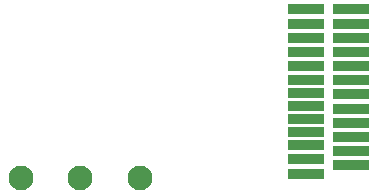
<source format=gbr>
%TF.GenerationSoftware,KiCad,Pcbnew,5.1.6-c6e7f7d~87~ubuntu20.04.1*%
%TF.CreationDate,2022-05-26T15:44:46+02:00*%
%TF.ProjectId,interface_down_left_side_arm,696e7465-7266-4616-9365-5f646f776e5f,rev?*%
%TF.SameCoordinates,PX5f5e038PY7086ec8*%
%TF.FileFunction,Soldermask,Bot*%
%TF.FilePolarity,Negative*%
%FSLAX46Y46*%
G04 Gerber Fmt 4.6, Leading zero omitted, Abs format (unit mm)*
G04 Created by KiCad (PCBNEW 5.1.6-c6e7f7d~87~ubuntu20.04.1) date 2022-05-26 15:44:46*
%MOMM*%
%LPD*%
G01*
G04 APERTURE LIST*
%ADD10R,3.100000X0.900000*%
%ADD11C,2.100000*%
G04 APERTURE END LIST*
D10*
%TO.C,J4*%
X35100200Y14793160D03*
X35100200Y15993160D03*
X35100200Y12393160D03*
X35080200Y13593160D03*
X35100200Y11193160D03*
X35106000Y9993160D03*
X35100200Y6693160D03*
X35100200Y3293160D03*
X35100200Y5593160D03*
X35100200Y7793160D03*
X35100200Y4493160D03*
X35100200Y8893160D03*
X35100200Y2093160D03*
X38886540Y16000400D03*
X38886540Y14800400D03*
X38886540Y13600400D03*
X38886540Y12400400D03*
X38886540Y11200400D03*
X38886540Y10000400D03*
X38886540Y8800400D03*
X38886540Y7600400D03*
X38886540Y6400400D03*
X38886540Y5200400D03*
X38886540Y4000400D03*
X38886540Y2800400D03*
%TD*%
D11*
%TO.C,J1*%
X11000200Y1732280D03*
X16000200Y1732280D03*
X21000200Y1732280D03*
%TD*%
M02*

</source>
